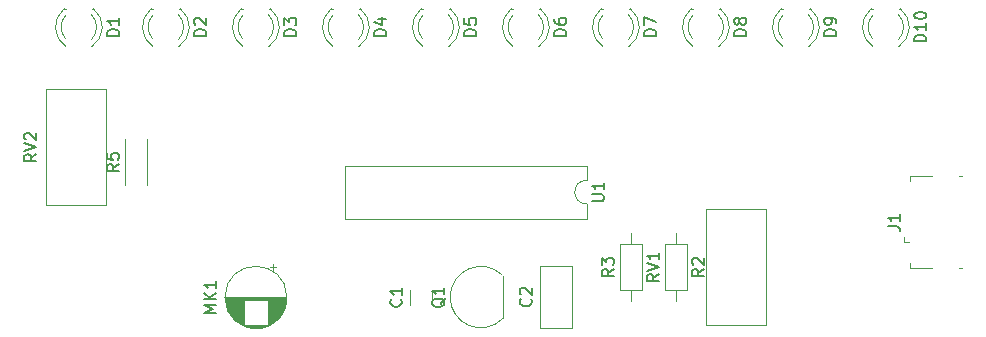
<source format=gbr>
G04 #@! TF.GenerationSoftware,KiCad,Pcbnew,(5.1.5)-3*
G04 #@! TF.CreationDate,2019-12-24T23:01:53+08:00*
G04 #@! TF.ProjectId,voice_ctrl_flow_ledled,766f6963-655f-4637-9472-6c5f666c6f77,rev?*
G04 #@! TF.SameCoordinates,Original*
G04 #@! TF.FileFunction,Legend,Top*
G04 #@! TF.FilePolarity,Positive*
%FSLAX46Y46*%
G04 Gerber Fmt 4.6, Leading zero omitted, Abs format (unit mm)*
G04 Created by KiCad (PCBNEW (5.1.5)-3) date 2019-12-24 23:01:53*
%MOMM*%
%LPD*%
G04 APERTURE LIST*
%ADD10C,0.120000*%
%ADD11C,0.150000*%
G04 APERTURE END LIST*
D10*
X145235000Y-91445225D02*
X144735000Y-91445225D01*
X144985000Y-91195225D02*
X144985000Y-91695225D01*
X143794000Y-96601000D02*
X143226000Y-96601000D01*
X144028000Y-96561000D02*
X142992000Y-96561000D01*
X144187000Y-96521000D02*
X142833000Y-96521000D01*
X144315000Y-96481000D02*
X142705000Y-96481000D01*
X144425000Y-96441000D02*
X142595000Y-96441000D01*
X144521000Y-96401000D02*
X142499000Y-96401000D01*
X144608000Y-96361000D02*
X142412000Y-96361000D01*
X144688000Y-96321000D02*
X142332000Y-96321000D01*
X142470000Y-96281000D02*
X142259000Y-96281000D01*
X144761000Y-96281000D02*
X144550000Y-96281000D01*
X142470000Y-96241000D02*
X142191000Y-96241000D01*
X144829000Y-96241000D02*
X144550000Y-96241000D01*
X142470000Y-96201000D02*
X142127000Y-96201000D01*
X144893000Y-96201000D02*
X144550000Y-96201000D01*
X142470000Y-96161000D02*
X142067000Y-96161000D01*
X144953000Y-96161000D02*
X144550000Y-96161000D01*
X142470000Y-96121000D02*
X142010000Y-96121000D01*
X145010000Y-96121000D02*
X144550000Y-96121000D01*
X142470000Y-96081000D02*
X141956000Y-96081000D01*
X145064000Y-96081000D02*
X144550000Y-96081000D01*
X142470000Y-96041000D02*
X141905000Y-96041000D01*
X145115000Y-96041000D02*
X144550000Y-96041000D01*
X142470000Y-96001000D02*
X141857000Y-96001000D01*
X145163000Y-96001000D02*
X144550000Y-96001000D01*
X142470000Y-95961000D02*
X141811000Y-95961000D01*
X145209000Y-95961000D02*
X144550000Y-95961000D01*
X142470000Y-95921000D02*
X141767000Y-95921000D01*
X145253000Y-95921000D02*
X144550000Y-95921000D01*
X142470000Y-95881000D02*
X141725000Y-95881000D01*
X145295000Y-95881000D02*
X144550000Y-95881000D01*
X142470000Y-95841000D02*
X141684000Y-95841000D01*
X145336000Y-95841000D02*
X144550000Y-95841000D01*
X142470000Y-95801000D02*
X141646000Y-95801000D01*
X145374000Y-95801000D02*
X144550000Y-95801000D01*
X142470000Y-95761000D02*
X141609000Y-95761000D01*
X145411000Y-95761000D02*
X144550000Y-95761000D01*
X142470000Y-95721000D02*
X141573000Y-95721000D01*
X145447000Y-95721000D02*
X144550000Y-95721000D01*
X142470000Y-95681000D02*
X141539000Y-95681000D01*
X145481000Y-95681000D02*
X144550000Y-95681000D01*
X142470000Y-95641000D02*
X141506000Y-95641000D01*
X145514000Y-95641000D02*
X144550000Y-95641000D01*
X142470000Y-95601000D02*
X141475000Y-95601000D01*
X145545000Y-95601000D02*
X144550000Y-95601000D01*
X142470000Y-95561000D02*
X141445000Y-95561000D01*
X145575000Y-95561000D02*
X144550000Y-95561000D01*
X142470000Y-95521000D02*
X141415000Y-95521000D01*
X145605000Y-95521000D02*
X144550000Y-95521000D01*
X142470000Y-95481000D02*
X141388000Y-95481000D01*
X145632000Y-95481000D02*
X144550000Y-95481000D01*
X142470000Y-95441000D02*
X141361000Y-95441000D01*
X145659000Y-95441000D02*
X144550000Y-95441000D01*
X142470000Y-95401000D02*
X141335000Y-95401000D01*
X145685000Y-95401000D02*
X144550000Y-95401000D01*
X142470000Y-95361000D02*
X141310000Y-95361000D01*
X145710000Y-95361000D02*
X144550000Y-95361000D01*
X142470000Y-95321000D02*
X141286000Y-95321000D01*
X145734000Y-95321000D02*
X144550000Y-95321000D01*
X142470000Y-95281000D02*
X141263000Y-95281000D01*
X145757000Y-95281000D02*
X144550000Y-95281000D01*
X142470000Y-95241000D02*
X141242000Y-95241000D01*
X145778000Y-95241000D02*
X144550000Y-95241000D01*
X142470000Y-95201000D02*
X141220000Y-95201000D01*
X145800000Y-95201000D02*
X144550000Y-95201000D01*
X142470000Y-95161000D02*
X141200000Y-95161000D01*
X145820000Y-95161000D02*
X144550000Y-95161000D01*
X142470000Y-95121000D02*
X141181000Y-95121000D01*
X145839000Y-95121000D02*
X144550000Y-95121000D01*
X142470000Y-95081000D02*
X141162000Y-95081000D01*
X145858000Y-95081000D02*
X144550000Y-95081000D01*
X142470000Y-95041000D02*
X141145000Y-95041000D01*
X145875000Y-95041000D02*
X144550000Y-95041000D01*
X142470000Y-95001000D02*
X141128000Y-95001000D01*
X145892000Y-95001000D02*
X144550000Y-95001000D01*
X142470000Y-94961000D02*
X141112000Y-94961000D01*
X145908000Y-94961000D02*
X144550000Y-94961000D01*
X142470000Y-94921000D02*
X141096000Y-94921000D01*
X145924000Y-94921000D02*
X144550000Y-94921000D01*
X142470000Y-94881000D02*
X141082000Y-94881000D01*
X145938000Y-94881000D02*
X144550000Y-94881000D01*
X142470000Y-94841000D02*
X141068000Y-94841000D01*
X145952000Y-94841000D02*
X144550000Y-94841000D01*
X142470000Y-94801000D02*
X141055000Y-94801000D01*
X145965000Y-94801000D02*
X144550000Y-94801000D01*
X142470000Y-94761000D02*
X141042000Y-94761000D01*
X145978000Y-94761000D02*
X144550000Y-94761000D01*
X142470000Y-94721000D02*
X141030000Y-94721000D01*
X145990000Y-94721000D02*
X144550000Y-94721000D01*
X142470000Y-94680000D02*
X141019000Y-94680000D01*
X146001000Y-94680000D02*
X144550000Y-94680000D01*
X142470000Y-94640000D02*
X141009000Y-94640000D01*
X146011000Y-94640000D02*
X144550000Y-94640000D01*
X142470000Y-94600000D02*
X140999000Y-94600000D01*
X146021000Y-94600000D02*
X144550000Y-94600000D01*
X142470000Y-94560000D02*
X140990000Y-94560000D01*
X146030000Y-94560000D02*
X144550000Y-94560000D01*
X142470000Y-94520000D02*
X140982000Y-94520000D01*
X146038000Y-94520000D02*
X144550000Y-94520000D01*
X142470000Y-94480000D02*
X140974000Y-94480000D01*
X146046000Y-94480000D02*
X144550000Y-94480000D01*
X142470000Y-94440000D02*
X140967000Y-94440000D01*
X146053000Y-94440000D02*
X144550000Y-94440000D01*
X142470000Y-94400000D02*
X140960000Y-94400000D01*
X146060000Y-94400000D02*
X144550000Y-94400000D01*
X142470000Y-94360000D02*
X140954000Y-94360000D01*
X146066000Y-94360000D02*
X144550000Y-94360000D01*
X142470000Y-94320000D02*
X140949000Y-94320000D01*
X146071000Y-94320000D02*
X144550000Y-94320000D01*
X142470000Y-94280000D02*
X140945000Y-94280000D01*
X146075000Y-94280000D02*
X144550000Y-94280000D01*
X142470000Y-94240000D02*
X140941000Y-94240000D01*
X146079000Y-94240000D02*
X144550000Y-94240000D01*
X146083000Y-94200000D02*
X140937000Y-94200000D01*
X146086000Y-94160000D02*
X140934000Y-94160000D01*
X146088000Y-94120000D02*
X140932000Y-94120000D01*
X146089000Y-94080000D02*
X140931000Y-94080000D01*
X146090000Y-94040000D02*
X140930000Y-94040000D01*
X146090000Y-94000000D02*
X140930000Y-94000000D01*
X146130000Y-94000000D02*
G75*
G03X146130000Y-94000000I-2620000J0D01*
G01*
X198380000Y-89330000D02*
X198830000Y-89330000D01*
X198380000Y-89330000D02*
X198380000Y-88880000D01*
X198930000Y-83730000D02*
X198930000Y-84180000D01*
X200780000Y-83730000D02*
X198930000Y-83730000D01*
X203330000Y-91530000D02*
X203080000Y-91530000D01*
X203330000Y-83730000D02*
X203080000Y-83730000D01*
X200780000Y-91530000D02*
X198930000Y-91530000D01*
X198930000Y-91530000D02*
X198930000Y-91080000D01*
X164398478Y-92141522D02*
G75*
G03X159960000Y-93980000I-1838478J-1838478D01*
G01*
X164398478Y-95818478D02*
G75*
G02X159960000Y-93980000I-1838478J1838478D01*
G01*
X164410000Y-95780000D02*
X164410000Y-92180000D01*
X171510000Y-87340000D02*
X171510000Y-86090000D01*
X151070000Y-87340000D02*
X171510000Y-87340000D01*
X151070000Y-82840000D02*
X151070000Y-87340000D01*
X171510000Y-82840000D02*
X151070000Y-82840000D01*
X171510000Y-84090000D02*
X171510000Y-82840000D01*
X171510000Y-86090000D02*
G75*
G02X171510000Y-84090000I0J1000000D01*
G01*
X130800000Y-86165000D02*
X125730000Y-86165000D01*
X130800000Y-76395000D02*
X125730000Y-76395000D01*
X125730000Y-76395000D02*
X125730000Y-86165000D01*
X130800000Y-76395000D02*
X130800000Y-86165000D01*
X181620000Y-86555000D02*
X186690000Y-86555000D01*
X181620000Y-96325000D02*
X186690000Y-96325000D01*
X186690000Y-96325000D02*
X186690000Y-86555000D01*
X181620000Y-96325000D02*
X181620000Y-86555000D01*
X132430000Y-80630000D02*
X132430000Y-84470000D01*
X134270000Y-80630000D02*
X134270000Y-84470000D01*
X175260000Y-94310000D02*
X175260000Y-93360000D01*
X175260000Y-88570000D02*
X175260000Y-89520000D01*
X176180000Y-93360000D02*
X176180000Y-89520000D01*
X174340000Y-93360000D02*
X176180000Y-93360000D01*
X174340000Y-89520000D02*
X174340000Y-93360000D01*
X176180000Y-89520000D02*
X174340000Y-89520000D01*
X179070000Y-94310000D02*
X179070000Y-93360000D01*
X179070000Y-88570000D02*
X179070000Y-89520000D01*
X179990000Y-93360000D02*
X179990000Y-89520000D01*
X178150000Y-93360000D02*
X179990000Y-93360000D01*
X178150000Y-89520000D02*
X178150000Y-93360000D01*
X179990000Y-89520000D02*
X178150000Y-89520000D01*
X195770000Y-69560000D02*
X195614000Y-69560000D01*
X198086000Y-69560000D02*
X197930000Y-69560000D01*
X195770163Y-72161130D02*
G75*
G02X195770000Y-70079039I1079837J1041130D01*
G01*
X197929837Y-72161130D02*
G75*
G03X197930000Y-70079039I-1079837J1041130D01*
G01*
X195771392Y-72792335D02*
G75*
G02X195614484Y-69560000I1078608J1672335D01*
G01*
X197928608Y-72792335D02*
G75*
G03X198085516Y-69560000I-1078608J1672335D01*
G01*
X188150000Y-69560000D02*
X187994000Y-69560000D01*
X190466000Y-69560000D02*
X190310000Y-69560000D01*
X188150163Y-72161130D02*
G75*
G02X188150000Y-70079039I1079837J1041130D01*
G01*
X190309837Y-72161130D02*
G75*
G03X190310000Y-70079039I-1079837J1041130D01*
G01*
X188151392Y-72792335D02*
G75*
G02X187994484Y-69560000I1078608J1672335D01*
G01*
X190308608Y-72792335D02*
G75*
G03X190465516Y-69560000I-1078608J1672335D01*
G01*
X180530000Y-69560000D02*
X180374000Y-69560000D01*
X182846000Y-69560000D02*
X182690000Y-69560000D01*
X180530163Y-72161130D02*
G75*
G02X180530000Y-70079039I1079837J1041130D01*
G01*
X182689837Y-72161130D02*
G75*
G03X182690000Y-70079039I-1079837J1041130D01*
G01*
X180531392Y-72792335D02*
G75*
G02X180374484Y-69560000I1078608J1672335D01*
G01*
X182688608Y-72792335D02*
G75*
G03X182845516Y-69560000I-1078608J1672335D01*
G01*
X172910000Y-69560000D02*
X172754000Y-69560000D01*
X175226000Y-69560000D02*
X175070000Y-69560000D01*
X172910163Y-72161130D02*
G75*
G02X172910000Y-70079039I1079837J1041130D01*
G01*
X175069837Y-72161130D02*
G75*
G03X175070000Y-70079039I-1079837J1041130D01*
G01*
X172911392Y-72792335D02*
G75*
G02X172754484Y-69560000I1078608J1672335D01*
G01*
X175068608Y-72792335D02*
G75*
G03X175225516Y-69560000I-1078608J1672335D01*
G01*
X165290000Y-69560000D02*
X165134000Y-69560000D01*
X167606000Y-69560000D02*
X167450000Y-69560000D01*
X165290163Y-72161130D02*
G75*
G02X165290000Y-70079039I1079837J1041130D01*
G01*
X167449837Y-72161130D02*
G75*
G03X167450000Y-70079039I-1079837J1041130D01*
G01*
X165291392Y-72792335D02*
G75*
G02X165134484Y-69560000I1078608J1672335D01*
G01*
X167448608Y-72792335D02*
G75*
G03X167605516Y-69560000I-1078608J1672335D01*
G01*
X157670000Y-69560000D02*
X157514000Y-69560000D01*
X159986000Y-69560000D02*
X159830000Y-69560000D01*
X157670163Y-72161130D02*
G75*
G02X157670000Y-70079039I1079837J1041130D01*
G01*
X159829837Y-72161130D02*
G75*
G03X159830000Y-70079039I-1079837J1041130D01*
G01*
X157671392Y-72792335D02*
G75*
G02X157514484Y-69560000I1078608J1672335D01*
G01*
X159828608Y-72792335D02*
G75*
G03X159985516Y-69560000I-1078608J1672335D01*
G01*
X150050000Y-69560000D02*
X149894000Y-69560000D01*
X152366000Y-69560000D02*
X152210000Y-69560000D01*
X150050163Y-72161130D02*
G75*
G02X150050000Y-70079039I1079837J1041130D01*
G01*
X152209837Y-72161130D02*
G75*
G03X152210000Y-70079039I-1079837J1041130D01*
G01*
X150051392Y-72792335D02*
G75*
G02X149894484Y-69560000I1078608J1672335D01*
G01*
X152208608Y-72792335D02*
G75*
G03X152365516Y-69560000I-1078608J1672335D01*
G01*
X142430000Y-69560000D02*
X142274000Y-69560000D01*
X144746000Y-69560000D02*
X144590000Y-69560000D01*
X142430163Y-72161130D02*
G75*
G02X142430000Y-70079039I1079837J1041130D01*
G01*
X144589837Y-72161130D02*
G75*
G03X144590000Y-70079039I-1079837J1041130D01*
G01*
X142431392Y-72792335D02*
G75*
G02X142274484Y-69560000I1078608J1672335D01*
G01*
X144588608Y-72792335D02*
G75*
G03X144745516Y-69560000I-1078608J1672335D01*
G01*
X134810000Y-69560000D02*
X134654000Y-69560000D01*
X137126000Y-69560000D02*
X136970000Y-69560000D01*
X134810163Y-72161130D02*
G75*
G02X134810000Y-70079039I1079837J1041130D01*
G01*
X136969837Y-72161130D02*
G75*
G03X136970000Y-70079039I-1079837J1041130D01*
G01*
X134811392Y-72792335D02*
G75*
G02X134654484Y-69560000I1078608J1672335D01*
G01*
X136968608Y-72792335D02*
G75*
G03X137125516Y-69560000I-1078608J1672335D01*
G01*
X127444000Y-69560000D02*
X127288000Y-69560000D01*
X129760000Y-69560000D02*
X129604000Y-69560000D01*
X127444163Y-72161130D02*
G75*
G02X127444000Y-70079039I1079837J1041130D01*
G01*
X129603837Y-72161130D02*
G75*
G03X129604000Y-70079039I-1079837J1041130D01*
G01*
X127445392Y-72792335D02*
G75*
G02X127288484Y-69560000I1078608J1672335D01*
G01*
X129602608Y-72792335D02*
G75*
G03X129759516Y-69560000I-1078608J1672335D01*
G01*
X167540000Y-91340000D02*
X170280000Y-91340000D01*
X167540000Y-96580000D02*
X170280000Y-96580000D01*
X170280000Y-96580000D02*
X170280000Y-91340000D01*
X167540000Y-96580000D02*
X167540000Y-91340000D01*
X158400000Y-94629000D02*
X158400000Y-93371000D01*
X156560000Y-94629000D02*
X156560000Y-93371000D01*
D11*
X140152380Y-95309523D02*
X139152380Y-95309523D01*
X139866666Y-94976190D01*
X139152380Y-94642857D01*
X140152380Y-94642857D01*
X140152380Y-94166666D02*
X139152380Y-94166666D01*
X140152380Y-93595238D02*
X139580952Y-94023809D01*
X139152380Y-93595238D02*
X139723809Y-94166666D01*
X140152380Y-92642857D02*
X140152380Y-93214285D01*
X140152380Y-92928571D02*
X139152380Y-92928571D01*
X139295238Y-93023809D01*
X139390476Y-93119047D01*
X139438095Y-93214285D01*
X197032380Y-87963333D02*
X197746666Y-87963333D01*
X197889523Y-88010952D01*
X197984761Y-88106190D01*
X198032380Y-88249047D01*
X198032380Y-88344285D01*
X198032380Y-86963333D02*
X198032380Y-87534761D01*
X198032380Y-87249047D02*
X197032380Y-87249047D01*
X197175238Y-87344285D01*
X197270476Y-87439523D01*
X197318095Y-87534761D01*
X159547619Y-94075238D02*
X159500000Y-94170476D01*
X159404761Y-94265714D01*
X159261904Y-94408571D01*
X159214285Y-94503809D01*
X159214285Y-94599047D01*
X159452380Y-94551428D02*
X159404761Y-94646666D01*
X159309523Y-94741904D01*
X159119047Y-94789523D01*
X158785714Y-94789523D01*
X158595238Y-94741904D01*
X158500000Y-94646666D01*
X158452380Y-94551428D01*
X158452380Y-94360952D01*
X158500000Y-94265714D01*
X158595238Y-94170476D01*
X158785714Y-94122857D01*
X159119047Y-94122857D01*
X159309523Y-94170476D01*
X159404761Y-94265714D01*
X159452380Y-94360952D01*
X159452380Y-94551428D01*
X159452380Y-93170476D02*
X159452380Y-93741904D01*
X159452380Y-93456190D02*
X158452380Y-93456190D01*
X158595238Y-93551428D01*
X158690476Y-93646666D01*
X158738095Y-93741904D01*
X171962380Y-85851904D02*
X172771904Y-85851904D01*
X172867142Y-85804285D01*
X172914761Y-85756666D01*
X172962380Y-85661428D01*
X172962380Y-85470952D01*
X172914761Y-85375714D01*
X172867142Y-85328095D01*
X172771904Y-85280476D01*
X171962380Y-85280476D01*
X172962380Y-84280476D02*
X172962380Y-84851904D01*
X172962380Y-84566190D02*
X171962380Y-84566190D01*
X172105238Y-84661428D01*
X172200476Y-84756666D01*
X172248095Y-84851904D01*
X124912380Y-81875238D02*
X124436190Y-82208571D01*
X124912380Y-82446666D02*
X123912380Y-82446666D01*
X123912380Y-82065714D01*
X123960000Y-81970476D01*
X124007619Y-81922857D01*
X124102857Y-81875238D01*
X124245714Y-81875238D01*
X124340952Y-81922857D01*
X124388571Y-81970476D01*
X124436190Y-82065714D01*
X124436190Y-82446666D01*
X123912380Y-81589523D02*
X124912380Y-81256190D01*
X123912380Y-80922857D01*
X124007619Y-80637142D02*
X123960000Y-80589523D01*
X123912380Y-80494285D01*
X123912380Y-80256190D01*
X123960000Y-80160952D01*
X124007619Y-80113333D01*
X124102857Y-80065714D01*
X124198095Y-80065714D01*
X124340952Y-80113333D01*
X124912380Y-80684761D01*
X124912380Y-80065714D01*
X177617380Y-92035238D02*
X177141190Y-92368571D01*
X177617380Y-92606666D02*
X176617380Y-92606666D01*
X176617380Y-92225714D01*
X176665000Y-92130476D01*
X176712619Y-92082857D01*
X176807857Y-92035238D01*
X176950714Y-92035238D01*
X177045952Y-92082857D01*
X177093571Y-92130476D01*
X177141190Y-92225714D01*
X177141190Y-92606666D01*
X176617380Y-91749523D02*
X177617380Y-91416190D01*
X176617380Y-91082857D01*
X177617380Y-90225714D02*
X177617380Y-90797142D01*
X177617380Y-90511428D02*
X176617380Y-90511428D01*
X176760238Y-90606666D01*
X176855476Y-90701904D01*
X176903095Y-90797142D01*
X131897380Y-82716666D02*
X131421190Y-83050000D01*
X131897380Y-83288095D02*
X130897380Y-83288095D01*
X130897380Y-82907142D01*
X130945000Y-82811904D01*
X130992619Y-82764285D01*
X131087857Y-82716666D01*
X131230714Y-82716666D01*
X131325952Y-82764285D01*
X131373571Y-82811904D01*
X131421190Y-82907142D01*
X131421190Y-83288095D01*
X130897380Y-81811904D02*
X130897380Y-82288095D01*
X131373571Y-82335714D01*
X131325952Y-82288095D01*
X131278333Y-82192857D01*
X131278333Y-81954761D01*
X131325952Y-81859523D01*
X131373571Y-81811904D01*
X131468809Y-81764285D01*
X131706904Y-81764285D01*
X131802142Y-81811904D01*
X131849761Y-81859523D01*
X131897380Y-81954761D01*
X131897380Y-82192857D01*
X131849761Y-82288095D01*
X131802142Y-82335714D01*
X173807380Y-91606666D02*
X173331190Y-91940000D01*
X173807380Y-92178095D02*
X172807380Y-92178095D01*
X172807380Y-91797142D01*
X172855000Y-91701904D01*
X172902619Y-91654285D01*
X172997857Y-91606666D01*
X173140714Y-91606666D01*
X173235952Y-91654285D01*
X173283571Y-91701904D01*
X173331190Y-91797142D01*
X173331190Y-92178095D01*
X172807380Y-91273333D02*
X172807380Y-90654285D01*
X173188333Y-90987619D01*
X173188333Y-90844761D01*
X173235952Y-90749523D01*
X173283571Y-90701904D01*
X173378809Y-90654285D01*
X173616904Y-90654285D01*
X173712142Y-90701904D01*
X173759761Y-90749523D01*
X173807380Y-90844761D01*
X173807380Y-91130476D01*
X173759761Y-91225714D01*
X173712142Y-91273333D01*
X181442380Y-91606666D02*
X180966190Y-91940000D01*
X181442380Y-92178095D02*
X180442380Y-92178095D01*
X180442380Y-91797142D01*
X180490000Y-91701904D01*
X180537619Y-91654285D01*
X180632857Y-91606666D01*
X180775714Y-91606666D01*
X180870952Y-91654285D01*
X180918571Y-91701904D01*
X180966190Y-91797142D01*
X180966190Y-92178095D01*
X180537619Y-91225714D02*
X180490000Y-91178095D01*
X180442380Y-91082857D01*
X180442380Y-90844761D01*
X180490000Y-90749523D01*
X180537619Y-90701904D01*
X180632857Y-90654285D01*
X180728095Y-90654285D01*
X180870952Y-90701904D01*
X181442380Y-91273333D01*
X181442380Y-90654285D01*
X200262380Y-72334285D02*
X199262380Y-72334285D01*
X199262380Y-72096190D01*
X199310000Y-71953333D01*
X199405238Y-71858095D01*
X199500476Y-71810476D01*
X199690952Y-71762857D01*
X199833809Y-71762857D01*
X200024285Y-71810476D01*
X200119523Y-71858095D01*
X200214761Y-71953333D01*
X200262380Y-72096190D01*
X200262380Y-72334285D01*
X200262380Y-70810476D02*
X200262380Y-71381904D01*
X200262380Y-71096190D02*
X199262380Y-71096190D01*
X199405238Y-71191428D01*
X199500476Y-71286666D01*
X199548095Y-71381904D01*
X199262380Y-70191428D02*
X199262380Y-70096190D01*
X199310000Y-70000952D01*
X199357619Y-69953333D01*
X199452857Y-69905714D01*
X199643333Y-69858095D01*
X199881428Y-69858095D01*
X200071904Y-69905714D01*
X200167142Y-69953333D01*
X200214761Y-70000952D01*
X200262380Y-70096190D01*
X200262380Y-70191428D01*
X200214761Y-70286666D01*
X200167142Y-70334285D01*
X200071904Y-70381904D01*
X199881428Y-70429523D01*
X199643333Y-70429523D01*
X199452857Y-70381904D01*
X199357619Y-70334285D01*
X199310000Y-70286666D01*
X199262380Y-70191428D01*
X192642380Y-71858095D02*
X191642380Y-71858095D01*
X191642380Y-71620000D01*
X191690000Y-71477142D01*
X191785238Y-71381904D01*
X191880476Y-71334285D01*
X192070952Y-71286666D01*
X192213809Y-71286666D01*
X192404285Y-71334285D01*
X192499523Y-71381904D01*
X192594761Y-71477142D01*
X192642380Y-71620000D01*
X192642380Y-71858095D01*
X192642380Y-70810476D02*
X192642380Y-70620000D01*
X192594761Y-70524761D01*
X192547142Y-70477142D01*
X192404285Y-70381904D01*
X192213809Y-70334285D01*
X191832857Y-70334285D01*
X191737619Y-70381904D01*
X191690000Y-70429523D01*
X191642380Y-70524761D01*
X191642380Y-70715238D01*
X191690000Y-70810476D01*
X191737619Y-70858095D01*
X191832857Y-70905714D01*
X192070952Y-70905714D01*
X192166190Y-70858095D01*
X192213809Y-70810476D01*
X192261428Y-70715238D01*
X192261428Y-70524761D01*
X192213809Y-70429523D01*
X192166190Y-70381904D01*
X192070952Y-70334285D01*
X185022380Y-71858095D02*
X184022380Y-71858095D01*
X184022380Y-71620000D01*
X184070000Y-71477142D01*
X184165238Y-71381904D01*
X184260476Y-71334285D01*
X184450952Y-71286666D01*
X184593809Y-71286666D01*
X184784285Y-71334285D01*
X184879523Y-71381904D01*
X184974761Y-71477142D01*
X185022380Y-71620000D01*
X185022380Y-71858095D01*
X184450952Y-70715238D02*
X184403333Y-70810476D01*
X184355714Y-70858095D01*
X184260476Y-70905714D01*
X184212857Y-70905714D01*
X184117619Y-70858095D01*
X184070000Y-70810476D01*
X184022380Y-70715238D01*
X184022380Y-70524761D01*
X184070000Y-70429523D01*
X184117619Y-70381904D01*
X184212857Y-70334285D01*
X184260476Y-70334285D01*
X184355714Y-70381904D01*
X184403333Y-70429523D01*
X184450952Y-70524761D01*
X184450952Y-70715238D01*
X184498571Y-70810476D01*
X184546190Y-70858095D01*
X184641428Y-70905714D01*
X184831904Y-70905714D01*
X184927142Y-70858095D01*
X184974761Y-70810476D01*
X185022380Y-70715238D01*
X185022380Y-70524761D01*
X184974761Y-70429523D01*
X184927142Y-70381904D01*
X184831904Y-70334285D01*
X184641428Y-70334285D01*
X184546190Y-70381904D01*
X184498571Y-70429523D01*
X184450952Y-70524761D01*
X177402380Y-71858095D02*
X176402380Y-71858095D01*
X176402380Y-71620000D01*
X176450000Y-71477142D01*
X176545238Y-71381904D01*
X176640476Y-71334285D01*
X176830952Y-71286666D01*
X176973809Y-71286666D01*
X177164285Y-71334285D01*
X177259523Y-71381904D01*
X177354761Y-71477142D01*
X177402380Y-71620000D01*
X177402380Y-71858095D01*
X176402380Y-70953333D02*
X176402380Y-70286666D01*
X177402380Y-70715238D01*
X169782380Y-71858095D02*
X168782380Y-71858095D01*
X168782380Y-71620000D01*
X168830000Y-71477142D01*
X168925238Y-71381904D01*
X169020476Y-71334285D01*
X169210952Y-71286666D01*
X169353809Y-71286666D01*
X169544285Y-71334285D01*
X169639523Y-71381904D01*
X169734761Y-71477142D01*
X169782380Y-71620000D01*
X169782380Y-71858095D01*
X168782380Y-70429523D02*
X168782380Y-70620000D01*
X168830000Y-70715238D01*
X168877619Y-70762857D01*
X169020476Y-70858095D01*
X169210952Y-70905714D01*
X169591904Y-70905714D01*
X169687142Y-70858095D01*
X169734761Y-70810476D01*
X169782380Y-70715238D01*
X169782380Y-70524761D01*
X169734761Y-70429523D01*
X169687142Y-70381904D01*
X169591904Y-70334285D01*
X169353809Y-70334285D01*
X169258571Y-70381904D01*
X169210952Y-70429523D01*
X169163333Y-70524761D01*
X169163333Y-70715238D01*
X169210952Y-70810476D01*
X169258571Y-70858095D01*
X169353809Y-70905714D01*
X162162380Y-71858095D02*
X161162380Y-71858095D01*
X161162380Y-71620000D01*
X161210000Y-71477142D01*
X161305238Y-71381904D01*
X161400476Y-71334285D01*
X161590952Y-71286666D01*
X161733809Y-71286666D01*
X161924285Y-71334285D01*
X162019523Y-71381904D01*
X162114761Y-71477142D01*
X162162380Y-71620000D01*
X162162380Y-71858095D01*
X161162380Y-70381904D02*
X161162380Y-70858095D01*
X161638571Y-70905714D01*
X161590952Y-70858095D01*
X161543333Y-70762857D01*
X161543333Y-70524761D01*
X161590952Y-70429523D01*
X161638571Y-70381904D01*
X161733809Y-70334285D01*
X161971904Y-70334285D01*
X162067142Y-70381904D01*
X162114761Y-70429523D01*
X162162380Y-70524761D01*
X162162380Y-70762857D01*
X162114761Y-70858095D01*
X162067142Y-70905714D01*
X154542380Y-71858095D02*
X153542380Y-71858095D01*
X153542380Y-71620000D01*
X153590000Y-71477142D01*
X153685238Y-71381904D01*
X153780476Y-71334285D01*
X153970952Y-71286666D01*
X154113809Y-71286666D01*
X154304285Y-71334285D01*
X154399523Y-71381904D01*
X154494761Y-71477142D01*
X154542380Y-71620000D01*
X154542380Y-71858095D01*
X153875714Y-70429523D02*
X154542380Y-70429523D01*
X153494761Y-70667619D02*
X154209047Y-70905714D01*
X154209047Y-70286666D01*
X146922380Y-71858095D02*
X145922380Y-71858095D01*
X145922380Y-71620000D01*
X145970000Y-71477142D01*
X146065238Y-71381904D01*
X146160476Y-71334285D01*
X146350952Y-71286666D01*
X146493809Y-71286666D01*
X146684285Y-71334285D01*
X146779523Y-71381904D01*
X146874761Y-71477142D01*
X146922380Y-71620000D01*
X146922380Y-71858095D01*
X145922380Y-70953333D02*
X145922380Y-70334285D01*
X146303333Y-70667619D01*
X146303333Y-70524761D01*
X146350952Y-70429523D01*
X146398571Y-70381904D01*
X146493809Y-70334285D01*
X146731904Y-70334285D01*
X146827142Y-70381904D01*
X146874761Y-70429523D01*
X146922380Y-70524761D01*
X146922380Y-70810476D01*
X146874761Y-70905714D01*
X146827142Y-70953333D01*
X139302380Y-71858095D02*
X138302380Y-71858095D01*
X138302380Y-71620000D01*
X138350000Y-71477142D01*
X138445238Y-71381904D01*
X138540476Y-71334285D01*
X138730952Y-71286666D01*
X138873809Y-71286666D01*
X139064285Y-71334285D01*
X139159523Y-71381904D01*
X139254761Y-71477142D01*
X139302380Y-71620000D01*
X139302380Y-71858095D01*
X138397619Y-70905714D02*
X138350000Y-70858095D01*
X138302380Y-70762857D01*
X138302380Y-70524761D01*
X138350000Y-70429523D01*
X138397619Y-70381904D01*
X138492857Y-70334285D01*
X138588095Y-70334285D01*
X138730952Y-70381904D01*
X139302380Y-70953333D01*
X139302380Y-70334285D01*
X131936380Y-71858095D02*
X130936380Y-71858095D01*
X130936380Y-71620000D01*
X130984000Y-71477142D01*
X131079238Y-71381904D01*
X131174476Y-71334285D01*
X131364952Y-71286666D01*
X131507809Y-71286666D01*
X131698285Y-71334285D01*
X131793523Y-71381904D01*
X131888761Y-71477142D01*
X131936380Y-71620000D01*
X131936380Y-71858095D01*
X131936380Y-70334285D02*
X131936380Y-70905714D01*
X131936380Y-70620000D02*
X130936380Y-70620000D01*
X131079238Y-70715238D01*
X131174476Y-70810476D01*
X131222095Y-70905714D01*
X166767142Y-94126666D02*
X166814761Y-94174285D01*
X166862380Y-94317142D01*
X166862380Y-94412380D01*
X166814761Y-94555238D01*
X166719523Y-94650476D01*
X166624285Y-94698095D01*
X166433809Y-94745714D01*
X166290952Y-94745714D01*
X166100476Y-94698095D01*
X166005238Y-94650476D01*
X165910000Y-94555238D01*
X165862380Y-94412380D01*
X165862380Y-94317142D01*
X165910000Y-94174285D01*
X165957619Y-94126666D01*
X165957619Y-93745714D02*
X165910000Y-93698095D01*
X165862380Y-93602857D01*
X165862380Y-93364761D01*
X165910000Y-93269523D01*
X165957619Y-93221904D01*
X166052857Y-93174285D01*
X166148095Y-93174285D01*
X166290952Y-93221904D01*
X166862380Y-93793333D01*
X166862380Y-93174285D01*
X155787142Y-94166666D02*
X155834761Y-94214285D01*
X155882380Y-94357142D01*
X155882380Y-94452380D01*
X155834761Y-94595238D01*
X155739523Y-94690476D01*
X155644285Y-94738095D01*
X155453809Y-94785714D01*
X155310952Y-94785714D01*
X155120476Y-94738095D01*
X155025238Y-94690476D01*
X154930000Y-94595238D01*
X154882380Y-94452380D01*
X154882380Y-94357142D01*
X154930000Y-94214285D01*
X154977619Y-94166666D01*
X155882380Y-93214285D02*
X155882380Y-93785714D01*
X155882380Y-93500000D02*
X154882380Y-93500000D01*
X155025238Y-93595238D01*
X155120476Y-93690476D01*
X155168095Y-93785714D01*
M02*

</source>
